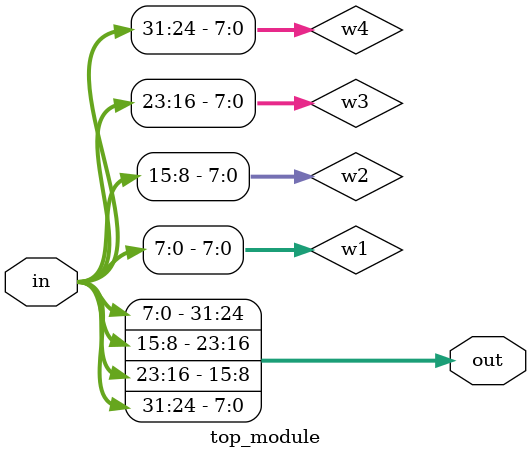
<source format=v>
module top_module( 
    input [31:0] in,
    output [31:0] out );//
    wire [7:0] w1,w2,w3,w4;
    assign w1 = in[7:0];
    assign w2 = in[15:8];
    assign w3 = in[23:16];
    assign w4 = in[31:24];
    assign out = {w1,w2,w3,w4};
    
    // assign out[31:24] = ...;

endmodule


</source>
